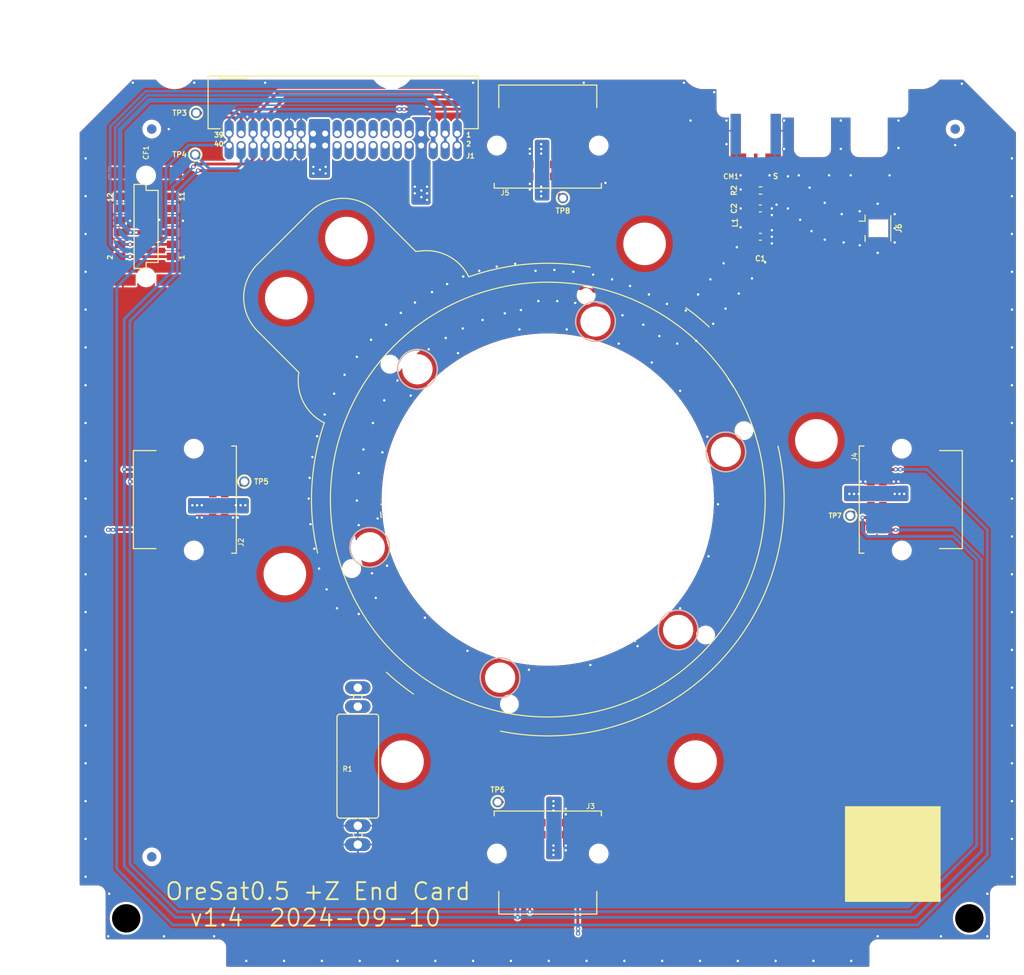
<source format=kicad_pcb>
(kicad_pcb (version 20240108) (generator "pcbnew") (generator_version "8.0")
  (layers (0 "F.Cu" signal) (1 "In1.Cu" signal) (2 "In2.Cu" signal) (31 "B.Cu" signal) (34 "B.Paste" user) (35 "F.Paste" user) (36 "B.SilkS" user "B.Silkscreen") (37 "F.SilkS" user "F.Silkscreen") (38 "B.Mask" user) (39 "F.Mask" user) (44 "Edge.Cuts" user))
  (net 0 "")
  (net 1 "/MAG-SDA")
  (net 2 "GND")
  (net 3 "/MAG-SCL")
  (net 4 "/MAG-POWER")
  (net 9 "/HELICAL-DEPLOY")
  (net 10 "/CAN1_H")
  (net 11 "/CAN1_L")
  (net 12 "VBUS")
  (net 13 "/C3-UART-TX")
  (net 14 "/C3-UART-RX")
  (net 15 "/~{SD}")
  (net 16 "/S_BAND")
  (net 33 "/-X_AUX")
  (net 34 "/+Y_AUX")
  (net 35 "/+X_AUX")
  (net 36 "/-Y_AUX")
  (net 37 "/S_BAND_U_FL")
  (net 38 "/S_BAND_FEED")
  (footprint "oresat-connectors:J-SAMTEC-TFM-120-X1-XXX-D-RA" (layer "F.Cu") (at 126.8465 64.4108)
    (property "Reference" "J1")
    (property "Value" "J-SAMTEC-TFM-120-01-L-D-RA")
  )
  (footprint "oresat-misc:M2-Press-Fit-Nut" (layer "F.Cu") (at 120.683543 110.378465)
    (property "Reference" "HW10" (hide yes))
    (property "Value" "M2-Press-Fit-Nut" (hide yes))
  )
  (footprint "oresat-misc:M2-Press-Fit-Nut" (layer "F.Cu") (at 133.127254 130.221236)
    (property "Reference" "HW11" (hide yes))
    (property "Value" "M2-Press-Fit-Nut" (hide yes))
  )
  (footprint "oresat-connectors:J-Harwin-M55-7101242R" (layer "F.Cu") (at 185.95 102.5 90)
    (property "Reference" "J4")
    (property "Value" "Harwin M55-7101242R" (hide yes))
  )
  (footprint "oresat-misc:M1.6 Mounting Hole" (layer "F.Cu") (at 162.288582 116.290307)
    (property "Reference" "HW6" (hide yes))
    (property "Value" "M1.6_Mounting_Hole" (hide yes))
  )
  (footprint "oresat-misc:M1.6 Mounting Hole" (layer "F.Cu") (at 129.664446 107.548695)
    (property "Reference" "HW5" (hide yes))
    (property "Value" "M1.6_Mounting_Hole" (hide yes))
  )
  (footprint "oresat-misc:TestPoint-0.75mm-th" (layer "F.Cu") (at 143.2 134.5)
    (property "Reference" "TP6")
    (property "Value" "TestPoint-MinTH" (hide yes))
  )
  (footprint "oresat-misc:Hole-1.5mm-NPTH" (layer "F.Cu") (at 127.745226 109.798254)
    (property "Reference" "REF**" (hide yes))
    (property "Value" "Hole-1.5mm-NPTH")
  )
  (footprint "Capacitor_SMD:C_0402_1005Metric" (layer "F.Cu") (at 170.98 71.7 180)
    (property "Reference" "C2")
    (property "Value" "0.9 pF" (hide yes))
  )
  (footprint "oresat-misc:TestPoint-0.75mm-th" (layer "F.Cu") (at 180.5 104.2 90)
    (property "Reference" "TP7")
    (property "Value" "TestPoint-MinTH" (hide yes))
  )
  (footprint "oresat-misc:TestPoint-0.75mm-th" (layer "F.Cu") (at 111.2989 61.5964 90)
    (property "Reference" "TP3")
    (property "Value" "TestPoint-MinTH" (hide yes))
  )
  (footprint "oresat-connectors:J-Harwin-M55-7101242R" (layer "F.Cu") (at 148.5 139.95)
    (property "Reference" "J3")
    (property "Value" "Harwin M55-7101242R" (hide yes))
  )
  (footprint "oresat-pcbs:ORESAT-CARD-V1.3-3RF" (layer "F.Cu") (at 148.5 102.5)
    (property "Reference" "PCB1" (hide yes))
    (property "Value" "ORESAT-CARD-V1.3-GENERIC-3RF" (hide yes))
    (fp_line (start -49.9 -39) (end -49.9 40.7) (stroke (width 0.001)) (layer "Edge.Cuts"))
    (fp_line (start -49.4 41.2) (end -47.65 41.2) (stroke (width 0.001)) (layer "Edge.Cuts"))
    (fp_line (start -47.15 41.7) (end -47.15 46.4) (stroke (width 0.001)) (layer "Edge.Cuts"))
    (fp_line (start -46.65 46.9) (end -34.9 46.9) (stroke (width 0.001)) (layer "Edge.Cuts"))
    (fp_line (start -44.1 -44.8) (end -49.9 -39) (stroke (width 0.001)) (layer "Edge.Cuts"))
    (fp_line (start -41.23205 -44.8) (end -44.1 -44.8) (stroke (width 0.001)) (layer "Edge.Cuts"))
    (fp_line (start -34.4 47.4) (end -34.4 49.3) (stroke (width 0.001)) (layer "Edge.Cuts"))
    (fp_line (start -33.9 49.8) (end 33.9 49.8) (stroke (width 0.001)) (layer "Edge.Cuts"))
    (fp_line (start -18.23205 -44.8) (end -37.76795 -44.8) (stroke (width 0.001)) (layer "Edge.Cuts"))
    (fp_line (start 14.76795 -44.8) (end -14.76795 -44.8) (stroke (width 0.001)) (layer "Edge.Cuts"))
    (fp_line (start 16.5 -43.8) (end 17.73205 -43.8) (stroke (width 0.001)) (layer "Edge.Cuts"))
    (fp_line (start 18.23205 -43.3) (end 18.23205 -41.3) (stroke (width 0.001)) (layer "Edge.Cuts"))
    (fp_line (start 18.73205 -40.8) (end 20.41 -40.8) (stroke (width 0.001)) (layer "Edge.Cuts"))
    (fp_line (start 20.41 -40.8) (end 20.41 -37.1) (stroke (width 0.001)) (layer "Edge.Cuts"))
    (fp_line (start 20.91 -36.6) (end 23.09 -36.6) (stroke (width 0.001)) (layer "Edge.Cuts"))
    (fp_line (start 23.59 -37.1) (end 23.59 -40.8) (stroke (width 0.001)) (layer "Edge.Cuts"))
    (fp_line (start 26.41 -40.8) (end 23.59 -40.8) (stroke (width 0.001)) (layer "Edge.Cuts"))
    (fp_line (start 26.41 -37.1) (end 26.41 -40.8) (stroke (width 0.001)) (layer "Edge.Cuts"))
    (fp_line (start 26.91 -36.6) (end 29.09 -36.6) (stroke (width 0.001)) (layer "Edge.Cuts"))
    (fp_line (start 29.59 -37.1) (end 29.59 -40.8) (stroke (width 0.001)) (layer "Edge.Cuts"))
    (fp_line (start 32.41 -40.8) (end 29.59 -40.8) (stroke (width 0.001)) (layer "Edge.Cuts"))
    (fp_line (start 32.41 -37.1) (end 32.41 -40.8) (stroke (width 0.001)) (layer "Edge.Cuts"))
    (fp_line (start 32.91 -36.6) (end 35.09 -36.6) (stroke (width 0.001)) (layer "Edge.Cuts"))
    (fp_line (start 34.4 49.3) (end 34.4 47.4) (stroke (width 0.001)) (layer "Edge.Cuts"))
    (fp_line (start 34.9 46.9) (end 46.65 46.9) (stroke (width 0.001)) (layer "Edge.Cuts"))
    (fp_line (start 35.59 -37.1) (end 35.59 -40.8) (stroke (width 0.001)) (layer "Edge.Cuts"))
    (fp_line (start 37.26795 -40.8) (end 35.59 -40.8) (stroke (width 0.001)) (layer "Edge.Cuts"))
    (fp_line (start 37.76795 -43.3) (end 37.76795 -41.3) (stroke (width 0.001)) (layer "Edge.Cuts"))
    (fp_line (start 39.5 -43.8) (end 38.26795 -43.8) (stroke (width 0.001)) (layer "Edge.Cuts"))
    (fp_line (start 44.1 -44.8) (end 41.23205 -44.8) (stroke (width 0.001)) (layer "Edge.Cuts"))
    (fp_line (start 47.15 46.4) (end 47.15 41.7) (stroke (width 0.001)) (layer "Edge.Cuts"))
    (fp_line (start 47.65 41.2) (end 49.4 41.2) (stroke (width 0.001)) (layer "Edge.Cuts"))
    (fp_line (start 49.9 -39) (end 44.1 -44.8) (stroke (width 0.001)) (layer "Edge.Cuts"))
    (fp_line (start 49.9 40.7) (end 49.9 -39) (stroke (width 0.001)) (layer "Edge.Cuts"))
    (fp_arc (start -49.4 41.2) (mid -49.753553 41.053553) (end -49.9 40.7) (stroke (width 0.001)) (layer "Edge.Cuts"))
    (fp_arc (start -47.65 41.2) (mid -47.296447 41.346447) (end -47.15 41.7) (stroke (width 0.001)) (layer "Edge.Cuts"))
    (fp_arc (start -46.65 46.9) (mid -47.003553 46.753553) (end -47.15 46.4) (stroke (width 0.001)) (layer "Edge.Cuts"))
    (fp_arc (start -37.767951 -44.799999) (mid -39.500001 -43.800001) (end -41.23205 -44.8) (stroke (width 0.001)) (layer "Edge.Cuts"))
    (fp_arc (start -34.9 46.9) (mid -34.546447 47.046447) (end -34.4 47.4) (stroke (width 0.001)) (layer "Edge.Cuts"))
    (fp_arc (start -33.9 49.8) (mid -34.253553 49.653553) (end -34.4 49.3) (stroke (width 0.001)) (layer "Edge.Cuts"))
    (fp_arc (start -14.767951 -44.799999) (mid -16.500001 -43.800001) (end -18.23205 -44.8) (stroke (width 0.001)) (layer "Edge.Cuts"))
    (fp_arc (start 16.499999 -43.8) (mid 15.5 -44.067949) (end 14.76795 -44.8) (stroke (width 0.001)) (layer "Edge.Cuts"))
    (fp_arc (start 17.73205 -43.8) (mid 18.085571 -43.653536) (end 18.23205 -43.3) (stroke (width 0.001)) (layer "Edge.Cuts"))
    (fp_arc (start 18.73205 -40.8) (mid 18.378529 -40.946464) (end 18.23205 -41.3) (stroke (width 0.001)) (layer "Edge.Cuts"))
    (fp_arc (start 20.91 -36.6) (mid 20.556447 -36.746447) (end 20.41 -37.1) (stroke (width 0.001)) (layer "Edge.Cuts"))
    (fp_arc (start 23.59 -37.1) (mid 23.443553 -36.746447) (end 23.09 -36.6) (stroke (width 0.001)) (layer "Edge.Cuts"))
    (fp_arc (start 26.91 -36.6) (mid 26.556447 -36.746447) (end 26.41 -37.1) (stroke (width 0.001)) (layer "Edge.Cuts"))
    (fp_arc (start 29.59 -37.1) (mid 29.443553 -36.746447) (end 29.09 -36.6) (stroke (width 0.001)) (layer "Edge.Cuts"))
    (fp_arc (start 32.91 -36.6) (mid 32.556447 -36.746447) (end 32.41 -37.1) (stroke (width 0.001)) (layer "Edge.Cuts"))
    (fp_arc (start 34.4 47.4) (mid 34.546447 47.046447) (end 34.9 46.9) (stroke (width 0.001)) (layer "Edge.Cuts"))
    (fp_arc (start 34.4 49.3) (mid 34.253553 49.653553) (end 33.9 49.8) (stroke (width 0.001)) (layer "Edge.Cuts"))
    (fp_arc (start 35.59 -37.1) (mid 35.443553 -36.746447) (end 35.09 -36.6) (stroke (width 0.001)) (layer "Edge.Cuts"))
    (fp_arc (start 37.76795 -43.3) (mid 37.914394 -43.653571) (end 38.26795 -43.8) (stroke (width 0.001)) (layer "Edge.Cuts"))
    (fp_arc (start 37.76795 -41.3) (mid 37.621506 -40.946429) (end 37.26795 -40.8) (stroke (width 0.001)) (layer "Edge.Cuts"))
    (fp_arc (start 41.232049 -44.8) (mid 40.499999 -44.06795) (end 39.5 -43.8) (stroke (width 0.001)) (layer "Edge.Cuts"))
    (fp_arc (start 47.15 41.7) (mid 47.296447 41.346447) (end 47.65 41.2) (stroke (width 0.001)) (layer "Edge.Cuts"))
    (fp_arc (start 47.15 46.4) (mid 47.003553 46.753553) (end 46.65 46.9) (stroke (width 0.001)) (layer "Edge.Cuts"))
    (fp_arc (start 49.9 40.7) (mid 49.753553 41.053553) (end 49.4 41.2) (stroke (width 0.001)) (layer "Edge.Cuts"))
  )
  (footprint "oresat-misc:Hole-1.5mm-NPTH" (layer "F.Cu") (at 152.558408 80.879298)
    (property "Reference" "REF**" (hide yes))
    (property "Value" "Hole-1.5mm-NPTH")
  )
  (footprint "oresat-misc:TestPoint-0.75mm-th" (layer "F.Cu") (at 116.4 100.6 -90)
    (property "Reference" "TP5")
    (property "Value" "TestPoint-MinTH" (hide yes))
  )
  (footprint "Connector_Coaxial:U.FL_Hirose_U.FL-R-SMT-1_Vertical" (layer "F.Cu") (at 182.95 73.8)
    (property "Reference" "J6")
    (property "Value" "Conn_Coaxial")
  )
  (footprint "oresat-misc:TestPoint-0.75mm-th" (layer "F.Cu") (at 111.1989 65.9964 90)
    (property "Reference" "TP4")
    (property "Value" "TestPoint-MinTH" (hide yes))
  )
  (footprint "Fiducial:Fiducial_1mm_Mask2mm" (layer "F.Cu") (at 191.6 63.3)
    (property "Reference" "FID2" (hide yes))
    (property "Value" "Fiducial" (hide yes))
  )
  (footprint "Fiducial:Fiducial_1mm_Mask2mm" (layer "F.Cu") (at 106.6 140.3)
    (property "Reference" "FID6" (hide yes))
    (property "Value" "Fiducial" (hide yes))
  )
  (footprint "oresat-connectors:J-Harwin-M55-7101242R" (layer "F.Cu") (at 111.05 102.5 -90)
    (property "Reference" "J2")
    (property "Value" "Harwin M55-7101242R" (hide yes))
  )
  (footprint "Resistor_SMD:R_0402_1005Metric" (layer "F.Cu") (at 171 69.8)
    (property "Reference" "R2")
    (property "Value" "NP")
  )
  (footprint "oresat-misc:M2-Press-Fit-Nut" (layer "F.Cu") (at 164.128929 130.221236)
    (property "Reference" "HW4" (hide yes))
    (property "Value" "M2-Press-Fit-Nut" (hide yes))
  )
  (footprint "oresat-connectors:J-Harwin-M55-60X1242R" (layer "F.Cu") (at 106 73.6 90)
    (property "Reference" "CF1")
    (property "Value" "J-HARWIN-M55-6001242R" (hide yes))
  )
  (footprint "oresat-misc:Hole-1.5mm-NPTH" (layer "F.Cu") (at 131.803633 88.175827)
    (property "Reference" "REF**" (hide yes))
    (property "Value" "Hole-1.5mm-NPTH")
  )
  (footprint "oresat-misc:TestPoint-0.75mm-th" (layer "F.Cu") (at 150.1 70.6 180)
    (property "Reference" "TP8")
    (property "Value" "TestPoint-MinTH" (hide yes))
  )
  (footprint "oresat-misc:Hole-1.5mm-NPTH" (layer "F.Cu") (at 144.441591 124.12415)
    (property "Reference" "REF**" (hide yes))
    (property "Value" "Hole-1.5mm-NPTH")
  )
  (footprint "oresat-misc:M2-Press-Fit-Nut" (layer "F.Cu") (at 158.739005 75.445592)
    (property "Reference" "HW13" (hide yes))
    (property "Value" "M2-Press-Fit-Nut" (hide yes))
  )
  (footprint "Inductor_SMD:L_0402_1005Metric" (layer "F.Cu") (at 170.5 73.2 -90)
    (property "Reference" "L1")
    (property "Value" "4.3 nH" (hide yes))
  )
  (footprint "oresat-misc:M1.6 Mounting Hole" (layer "F.Cu") (at 134.711418 88.713141)
    (property "Reference" "HW3" (hide yes))
    (property "Value" "M1.6_Mounting_Hole" (hide yes))
  )
  (footprint "oresat-misc:Hole-1.5mm-NPTH" (layer "F.Cu") (at 169.254774 95.205195)
    (property "Reference" "REF**" (hide yes))
    (property "Value" "Hole-1.5mm-NPTH")
  )
  (footprint "oresat-misc:Hole-1.5mm-NPTH" (layer "F.Cu") (at 165.196366 116.827621)
    (property "Reference" "REF**" (hide yes))
    (property "Value" "Hole-1.5mm-NPTH")
  )
  (footprint "oresat-misc:M2-Press-Fit-Nut" (layer "F.Cu") (at 176.91619 96.239708)
    (property "Reference" "HW14" (hide yes))
    (property "Value" "M2-Press-Fit-Nut" (hide yes))
  )
  (footprint "oresat-misc:M1.6 Mounting Hole" (layer "F.Cu") (at 167.335554 97.454754)
    (property "Reference" "HW2" (hide yes))
    (property "Value" "M1.6_Mounting_Hole" (hide yes))
  )
  (footprint "oresat-misc:M2-Press-Fit-Nut" (layer "F.Cu") (at 127.194871 74.832643)
    (property "Reference" "HW12" (hide yes))
    (property "Value" "M2-Press-Fit-Nut" (hide yes))
  )
  (footprint "Fiducial:Fiducial_1mm_Mask2mm" (layer "F.Cu") (at 106.6 63.3)
    (property "Reference" "FID1" (hide yes))
    (property "Value" "Fiducial" (hide yes))
  )
  (footprint "oresat-misc:M2-Press-Fit-Nut" (layer "F.Cu") (at 120.83091 81.196604)
    (property "Reference" "HW9" (hide yes))
    (property "Value" "M2-Press-Fit-Nut" (hide yes))
  )
  (footprint "oresat-misc:M1.6 Mounting Hole" (layer "F.Cu") (at 153.546971 83.666171)
    (property "Reference" "HW7" (hide yes))
    (property "Value" "M1.6_Mounting_Hole" (hide yes))
  )
  (footprint "oresat-misc:M1.6 Mounting Hole" (layer "F.Cu") (at 143.453029 121.337278)
    (property "Reference" "HW1" (hide yes))
    (property "Value" "M1.6_Mounting_Hole" (hide yes))
  )
  (footprint "Capacitor_SMD:C_0402_1005Metric" (layer "F.Cu") (at 170.985 74.7)
    (property "Reference" "C1")
    (property "Value" "1.0 pF" (hide yes))
  )
  (footprint "oresat-connectors:J-Harwin-M55-7101242R" (layer "F.Cu") (at 148.5 65.0464 180)
    (property "Reference" "J5")
    (property "Value" "Harwin M55-7101242R" (hide yes))
  )
  (footprint "oresat-passives:R-PAC100-FOR-MELTWIRE" (layer "F.Cu") (at 128.400001 130.699999 180)
    (property "Reference" "R1")
    (property "Value" "7.5  1W" (hide yes))
  )
  (footprint "oresat-connectors:J-MOLEX-SMPM-073300-002X" (layer "F.Cu") (at 170.4989 61.6964)
    (property "Reference" "CM1")
    (property "Value" "J-MOLEX-SMPM-73300-003X" (hide yes))
  )
  (footprint "Fiducial:Fiducial_1mm_Mask2mm" (layer "B.Cu") (at 106.6 63.3 180)
    (property "Reference" "FID5" (hide yes))
    (property "Value" "Fiducial" (hide yes))
  )
  (footprint "Fiducial:Fiducial_1mm_Mask2mm" (layer "B.Cu") (at 106.6 140.3 180)
    (property "Reference" "FID4" (hide yes))
    (property "Value" "Fiducial" (hide yes))
  )
  (footprint "Fiducial:Fiducial_1mm_Mask2mm" (layer "B.Cu") (at 191.6 63.3 180)
    (property "Reference" "FID3" (hide yes))
    (property "Value" "Fiducial" (hide yes))
  )
  (gr_curve (pts (xy 157.743009 117.51481) (xy 157.744622 117.513155) (xy 157.746366 117.51167) (xy 157.749232 117.509699)) (stroke (width 0.12)) (layer "F.SilkS"))
  (gr_line (start 134.521581 76.246875) (end 130.386674 72.099374) (stroke (width 0.12)) (layer "F.SilkS"))
  (gr_curve (pts (xy 130.87175 102.993044) (xy 130.871767 102.993043) (xy 130.871784 102.993042) (xy 130.871821 102.993048)) (stroke (width 0.12)) (layer "F.SilkS"))
  (gr_arc (start 135.199285 76.183718) (mid 138.097634 76.794808) (end 140.141628 78.938629) (stroke (width 0.12)) (layer "F.SilkS"))
  (gr_arc (start 134.295819 123.073153) (mid 132.819746 121.971614) (end 131.428776 120.764392) (stroke (width 0.12)) (layer "F.SilkS"))
  (gr_curve (pts (xy 130.874892 102.997709) (xy 130.875519 102.999934) (xy 130.875932 103.002186) (xy 130.876205 103.005653)) (stroke (width 0.12)) (layer "F.SilkS"))
  (gr_line (start 135.199285 76.183718) (end 134.521581 76.246875) (stroke (width 0.12)) (layer "F.SilkS"))
  (gr_arc (start 124.146887 108.151788) (mid 123.532595 101.217619) (end 124.854153 94.382888) (stroke (width 0.12)) (layer "F.SilkS"))
  (gr_rect (start 179.9989 134.9964) (end 189.9989 144.9964) (stroke (width 0.12)) (fill solid) (layer "F.SilkS"))
  (gr_arc (start 140.141628 78.938629) (mid 146.49382 77.580701) (end 152.98143 77.905105) (stroke (width 0.12)) (layer "F.SilkS"))
  (gr_curve (pts (xy 168.165895 90.614691) (xy 168.12021 90.539942) (xy 168.074525 90.465193) (xy 168.00936 90.362998)) (stroke (width 0.12)) (layer "F.SilkS"))
  (gr_line (start 122.167767 89.055055) (end 117.78692 84.660865) (stroke (width 0.12)) (layer "F.SilkS"))
  (gr_curve (pts (xy 157.749232 117.509699) (xy 157.754533 117.506053) (xy 157.763673 117.500744) (xy 157.772813 117.495435)) (stroke (width 0.12)) (layer "F.SilkS"))
  (gr_line (start 123.315615 72.08862) (end 117.797674 77.589804) (stroke (width 0.12)) (layer "F.SilkS"))
  (gr_arc (start 163.10426 82.209558) (mid 164.36979 83.183282) (end 165.570577 84.235809) (stroke (width 0.12)) (layer "F.SilkS"))
  (gr_curve (pts (xy 130.871821 102.993048) (xy 130.871981 102.993074) (xy 130.872519 102.993228) (xy 130.87298 102.993636)) (stroke (width 0.12)) (layer "F.SilkS"))
  (gr_curve (pts (xy 157.74054 117.519862) (xy 157.740531 117.519848) (xy 157.740522 117.519834) (xy 157.740509 117.519799)) (stroke (width 0.12)) (layer "F.SilkS"))
  (gr_circle (center 148.499676 102.500102) (end 125.499678 102.490951) (stroke (width 0.12)) (fill none) (layer "F.SilkS"))
  (gr_arc (start 123.315615 72.08862) (mid 126.85336 70.629563) (end 130.386674 72.099374) (stroke (width 0.12)) (layer "F.SilkS"))
  (gr_curve (pts (xy 130.87298 102.993636) (xy 130.873837 102.994397) (xy 130.874424 102.996045) (xy 130.874892 102.997709)) (stroke (width 0.12)) (layer "F.SilkS"))
  (gr_line (start 130.857895 104.394089) (end 130.818113 103.825624) (stroke (width 0.12)) (layer "F.SilkS"))
  (gr_curve (pts (xy 168.00936 90.362998) (xy 167.905956 90.200837) (xy 167.753504 89.96957) (xy 167.601052 89.738303)) (stroke (width 0.12)) (layer "F.SilkS"))
  (gr_curve (pts (xy 130.876205 103.005653) (xy 130.876712 103.012066) (xy 130.876741 103.022637) (xy 130.876768 103.033207)) (stroke (width 0.12)) (layer "F.SilkS"))
  (gr_arc (start 124.854152 94.382888) (mid 122.629158 92.163603) (end 122.167767 89.055055) (stroke (width 0.12)) (layer "F.SilkS"))
  (gr_arc (start 117.78692 84.660865) (mid 116.32783 81.123106) (end 117.797674 77.589804) (stroke (width 0.12)) (layer "F.SilkS"))
  (gr_arc (start 172.852469 96.84841) (mid 166.4101 119.941914) (end 143.495473 126.994141) (stroke (width 0.12)) (layer "F.SilkS"))
  (gr_curve (pts (xy 157.740509 117.519799) (xy 157.740451 117.519647) (xy 157.740314 117.519104) (xy 157.740438 117.518501)) (stroke (width 0.12)) (layer "F.SilkS"))
  (gr_curve (pts (xy 157.740438 117.518501) (xy 157.740669 117.517379) (xy 157.741802 117.516046) (xy 157.743009 117.51481)) (stroke (width 0.12)) (layer "F.SilkS"))
  (gr_circle (center 148.499998 102.501731) (end 165.699998 102.501731) (stroke (width 0.01)) (fill none) (layer "Edge.Cuts"))
  (gr_text "v1.4  2024-09-10" (at 110.5 147.8 0) (layer "F.SilkS") (effects (font (size 1.8 1.8) (thickness 0.2)) (justify left bottom)))
  (gr_text "OreSat0.5 +Z End Card" (at 107.9 145 0) (layer "F.SilkS") (effects (font (size 1.8 1.8) (thickness 0.2)) (justify left bottom)))
  (gr_text "S" (at 172.6 68.3 0) (layer "F.SilkS") (effects (font (size 0.56 0.56) (thickness 0.12) (bold yes))))
  (segment (start 108.725 76.8) (end 108.75 76.775) (width 0.3) (layer "F.Cu") (net 1))
  (segment (start 104.3 76.8) (end 108.725 76.8) (width 0.3) (layer "F.Cu") (net 1))
  (segment (start 104.3 76.8) (end 103.275 76.8) (width 0.3) (layer "F.Cu") (net 1))
  (segment (start 103.275 76.8) (end 103.25 76.775) (width 0.3) (layer "F.Cu") (net 1))
  (via (at 104.3 76.8) (size 0.4572) (drill 0.254) (layers "F.Cu" "B.Cu") (net 1))
  (segment (start 103.5 76.8) (end 104.3 76.8) (width 0.3) (layer "B.Cu") (net 1))
  (segment (start 138.915 61.115) (end 137.1 59.3) (width 0.3) (layer "B.Cu") (net 1))
  (segment (start 137.1 59.3) (end 105.95 59.3) (width 0.3) (layer "B.Cu") (net 1))
  (segment (start 138.915 65.035) (end 138.915 63.765) (width 0.3) (layer "B.Cu") (net 1))
  (segment (start 138.915 63.765) (end 138.915 61.115) (width 0.3) (layer "B.Cu") (net 1))
  (segment (start 102.2 63.05) (end 102.2 75.5) (width 0.3) (layer "B.Cu") (net 1))
  (segment (start 102.2 75.5) (end 103.5 76.8) (width 0.3) (layer "B.Cu") (net 1))
  (segment (start 105.95 59.3) (end 102.2 63.05) (width 0.3) (layer "B.Cu") (net 1))
  (segment (start 146.6 69.1) (end 146.6 68.025) (width 0.6) (layer "F.Cu") (net 2))
  (segment (start 171.46 71.7) (end 172.2 71.7) (width 0.38) (layer "F.Cu") (net 2))
  (segment (start 115.195 104.405) (end 111.905 104.405) (width 0.6) (layer "F.Cu") (net 2))
  (segment (start 146.595 65.905) (end 146.6 65.9) (width 0.6) (layer "F.Cu") (net 2))
  (segment (start 182.105 100.595) (end 185.095 100.595) (width 0.6) (layer "F.Cu") (net 2))
  (segment (start 111.9 104.4) (end 111.4 104.4) (width 0.6) (layer "F.Cu") (net 2))
  (segment (start 115.7 104.4) (end 115.2 104.4) (width 0.6) (layer "F.Cu") (net 2))
  (segment (start 146.6 69.7) (end 146.6 69.1) (width 0.6) (layer "F.Cu") (net 2))
  (segment (start 146.6 65.9) (end 146.6 65.4) (width 0.6) (layer "F.Cu") (net 2))
  (segment (start 150.405 135.805) (end 150.405 139.095) (width 0.6) (layer "F.Cu") (net 2))
  (segment (start 146.6 68.025) (end 146.595 68.02) (width 0.6) (layer "F.Cu") (net 2))
  (segment (start 185.395 100.595) (end 185.4 100.6) (width 0.5) (layer "F.Cu") (net 2))
  (segment (start 150.4 135.8) (end 150.405 135.805) (width 0.6) (layer "F.Cu") (net 2))
  (segment (start 185.095 100.595) (end 185.1 100.6) (width 0.6) (layer "F.Cu") (net 2))
  (segment (start 171.47 74.7) (end 172.2 74.7) (width 0.38) (layer "F.Cu") (net 2))
  (segment (start 150.405 139.095) (end 150.4 139.1) (width 0.6) (layer "F.Cu") (net 2))
  (segment (start 111.905 104.405) (end 111.9 104.4) (width 0.6) (layer "F.Cu") (net 2))
  (segment (start 146.595 68.02) (end 146.595 65.905) (width 0.6) (layer "F.Cu") (net 2))
  (segment (start 182.1 100.6) (end 182.105 100.595) (width 0.6) (layer "F.Cu") (net 2))
  (segment (start 115.2 104.4) (end 115.195 104.405) (width 0.6) (layer "F.Cu") (net 2))
  (segment (start 181.795 100.595) (end 181.7 100.5) (width 0.5) (layer "F.Cu") (net 2))
  (via (at 157.2 79.9) (size 0.4572) (drill 0.254) (layers "F.Cu" "B.Cu") (net 2))
  (via (at 129 97.2) (size 0.4572) (drill 0.254) (layers "F.Cu" "B.Cu") (net 2))
  (via (at 132.6 89.9) (size 0.4572) (drill 0.254) (layers "F.Cu" "B.Cu") (net 2))
  (via (at 146.6 65.4) (size 0.4572) (drill 0.254) (layers "F.Cu" "B.Cu") (net 2))
  (via (at 177.8 75) (size 0.4572) (drill 0.254) (layers "F.Cu" "B.Cu") (net 2))
  (via (at 168.7 80.7) (size 0.4572) (drill 0.254) (layers "F.Cu" "B.Cu") (net 2))
  (via (at 197.6 90.4) (size 0.4572) (drill 0.254) (layers "F.Cu" "B.Cu") (net 2))
  (via (at 153 120) (size 0.4572) (drill 0.254) (layers "F.Cu" "B.Cu") (net 2))
  (via (at 149.5 81.5) (size 0.4572) (drill 0.254) (layers "F.Cu" "B.Cu") (net 2))
  (via (at 141.6 83.5) (size 0.4572) (drill 0.254) (layers "F.Cu" "B.Cu") (net 2))
  (via (at 99.6 114.4) (size 0.4572) (drill 0.254) (layers "F.Cu" "B.Cu") (net 2))
  (via (at 140.6 58.4) (size 0.4572) (drill 0.254) (layers "F.Cu" "B.Cu") (net 2))
  (via (at 171.9569 68.1954) (size 0.4572) (drill 0.254) (layers "F.Cu" "B.Cu") (net 2))
  (via (at 107.9 148.7) (size 0.4572) (drill 0.254) (layers "F.Cu" "B.Cu") (net 2))
  (via (at 136.25 80.55) (size 0.4572) (drill 0.254) (layers "F.Cu" "B.Cu") (net 2))
  (via (at 109.9 73) (size 0.4572) (drill 0.254) (layers "F.Cu" "B.Cu") (net 2))
  (via (at 162.5 91) (size 0.4572) (drill 0.254) (layers "F.Cu" "B.Cu") (net 2))
  (via (at 99.6 102.4) (size 0.4572) (drill 0.254) (layers "F.Cu" "B.Cu") (net 2))
  (via (at 99.6 122.4) (size 0.4572) (drill 0.254) (layers "F.Cu" "B.Cu") (net 2))
  (via (at 185.2 72.3) (size 0.4572) (drill 0.254) (layers "F.Cu" "B.Cu") (net 2))
  (via (at 162.5 114) (size 0.4572) (drill 0.254) (layers "F.Cu" "B.Cu") (net 2))
  (via (at 128.5 114.6) (size 0.4572) (drill 0.254) (layers "F.Cu" "B.Cu") (net 2))
  (via (at 137.7 85.4) (size 0.4572) (drill 0.254) (layers "F.Cu" "B.Cu") (net 2))
  (via (at 185.2 73.8) (size 0.4572) (drill 0.254) (layers "F.Cu" "B.Cu") (net 2))
  (via (at 128.3 102.6) (size 0.4572) (drill 0.254) (layers "F.Cu" "B.Cu") (net 2))
  (via (at 183.4 71.2) (size 0.4572) (drill 0.254) (layers "F.Cu" "B.Cu") (net 2))
  (via (at 123.4 105.1) (size 0.4572) (drill 0.254) (layers "F.Cu" "B.Cu") (net 2))
  (via (at 165.7 79.2) (size 0.4572) (drill 0.254) (layers "F.Cu" "B.Cu") (net 2))
  (via (at 182.1 100.6) (size 0.4572) (drill 0.254) (layers "F.Cu" "B.Cu") (net 2))
  (via (at 166.1 59.4) (size 0.4572) (drill 0.254) (layers "F.Cu" "B.Cu") (net 2))
  (via (at 197.6 142.4) (size 0.4572) (drill 0.254) (layers "F.Cu" "B.Cu") (net 2))
  (via (at 125.9 91.3) (size 0.4572) (drill 0.254) (layers "F.Cu" "B.Cu") (net 2))
  (via (at 146.6 69.1) (size 0.4572) (drill 0.254) (layers "F.Cu" "B.Cu") (net 2))
  (via (at 197.6 66.4) (size 0.4572) (drill 0.254) (layers "F.Cu" "B.Cu") (net 2))
  (via (at 135.9 86.6) (size 0.4572) (drill 0.254) (layers "F.Cu" "B.Cu") (net 2))
  (via (at 139.55 78.9) (size 0.4572) (drill 0.254) (layers "F.Cu" "B.Cu") (net 2))
  (via (at 197.6 106.4) (size 0.4572) (drill 0.254) (layers "F.Cu" "B.Cu") (net 2))
  (via (at 176.4 74.1) (size 0.4572) (drill 0.254) (layers "F.Cu" "B.Cu") (net 2))
  (via (at 159.5 88) (size 0.4572) (drill 0.254) (layers "F.Cu" "B.Cu") (net 2))
  (via (at 185.2 75.3) (size 0.4572) (drill 0.254) (layers "F.Cu" "B.Cu") (net 2))
  (via (at 99.6 70.4) (size 0.4572) (drill 0.254) (layers "F.Cu" "B.Cu") (net 2))
  (via (at 143.1 77.85) (size 0.4572) (drill 0.254) (layers "F.Cu" "B.Cu") (net 2))
  (via (at 190.1 148.7) (size 0.4572) (drill 0.254) (layers "F.Cu" "B.Cu") (net 2))
  (via (at 131.4 84) (size 0.4572) (drill 0.254) (layers "F.Cu" "B.Cu") (net 2))
  (via (at 183.4 148.7) (size 0.4572) (drill 0.254) (layers "F.Cu" "B.Cu") (net 2))
  (via (at 140.6 151.3) (size 0.4572) (drill 0.254) (layers "F.Cu" "B.Cu") (net 2))
  (via (at 168.9 73.7) (size 0.4572) (drill 0.254) (layers "F.Cu" "B.Cu") (net 2))
  (via (at 115.2 104.4) (size 0.4572) (drill 0.254) (layers "F.Cu" "B.Cu") (net 2))
  (via (at 99.6 90.4) (size 0.4572) (drill 0.254) (layers "F.Cu" "B.Cu") (net 2))
  (via (at 197.6 98.4) (size 0.4572) (drill 0.254) (layers "F.Cu" "B.Cu") (net 2))
  (via (at 125.1 112) (size 0.4572) (drill 0.254) (layers "F.Cu" "B.Cu") (net 2))
  (via (at 123.2 102.4) (size 0.4572) (drill 0.254) (layers "F.Cu" "B.Cu") (net 2))
  (via (at 161.1 81.8) (size 0.4572) (drill 0.254) (layers "F.Cu" "B.Cu") (net 2))
  (via (at 128.3 87.4) (size 0.4572) (drill 0.254) (layers "F.Cu" "B.Cu") (net 2))
  (via (at 131.2 92) (size 0.4572) (drill 0.254) (layers "F.Cu" "B.Cu") (net 2))
  (via (at 173.5 62.4) (size 0.4572) (drill 0.254) (layers "F.Cu" "B.Cu") (net 2))
  (via (at 99.6 86.4) (size 0.4572) (drill 0.254) (layers "F.Cu" "B.Cu") (net 2))
  (via (at 124.3 109.8) (size 0.4572) (drill 0.254) (layers "F.Cu" "B.Cu") (net 2))
  (via (at 123.3 100.2) (size 0.4572) (drill 0.254) (layers "F.Cu" "B.Cu") (net 2))
  (via (at 167.4 62.4) (size 0.4572) (drill 0.254) (layers "F.Cu" "B.Cu") (net 2))
  (via (at 113.2 148.7) (size 0.4572) (drill 0.254) (layers "F.Cu" "B.Cu") (net 2))
  (via (at 197.6 94.4) (size 0.4572) (drill 0.254) (layers "F.Cu" "B.Cu") (net 2))
  (via (at 124.1 95.8) (size 0.4572) (drill 0.254) (layers "F.Cu" "B.Cu") (net 2))
  (via (at 124.9 93.5) (size 0.4572) (drill 0.254) (layers "F.Cu" "B.Cu") (net 2))
  (via (at 111.4 104.4) (size 0.4572) (drill 0.254) (layers "F.Cu" "B.Cu") (net 2))
  (via (at 139.5 84.4) (size 0.4572) (drill 0.254) (layers "F.Cu" "B.Cu") (net 2))
  (via (at 180.6 151.3) (size 0.4572) (drill 0.254) (layers "F.Cu" "B.Cu") (net 2))
  (via (at 126.2 114) (size 0.4572) (drill 0.254) (layers "F.Cu" "B.Cu") (net 2))
  (via (at 197.6 86.4) (size 0.4572) (drill 0.254) (layers "F.Cu" "B.Cu") (net 2))
  (via (at 172.7 71.3) (size 0.4572) (drill 0.254) (layers "F.Cu" "B.Cu") (net 2))
  (via (at 140 118.5) (size 0.4572) (drill 0.254) (layers "F.Cu" "B.Cu") (net 2))
  (via (at 99.6 82.4) (size 0.4572) (drill 0.254) (layers "F.Cu" "B.Cu") (net 2))
  (via (at 185.6 100.6) (size 0.4572) (drill 0.254) (layers "F.Cu" "B.Cu") (net 2))
  (via (at 166.5 103) (size 0.4572) (drill 0.254) (layers "F.Cu" "B.Cu") (net 2))
  (via (at 120.6 151.3) (size 0.4572) (drill 0.254) (layers "F.Cu" "B.Cu") (net 2))
  (via (at 141.25 78.3) (size 0.4572) (drill 0.254) (layers "F.Cu" "B.Cu") (net 2))
  (via (at 197.6 122.4) (size 0.4572) (drill 0.254) (layers "F.Cu" "B.Cu") (net 2))
  (via (at 146.6 65.9) (size 0.4572) (drill 0.254) (layers "F.Cu" "B.Cu") (net 2))
  (via (at 104.3 73) (size 0.4572) (drill 0.254) (layers "F.Cu" "B.Cu") (net 2))
  (via (at 123.6 98) (size 0.4572) (drill 0.254) (layers "F.Cu" "B.Cu") (net 2))
  (via (at 197.6 82.4) (size 0.4572) (drill 0.254) (layers "F.Cu" "B.Cu") (net 2))
  (via (at 173.9 71.7) (size 0.4572) (drill 0.254) (layers "F.Cu" "B.Cu") (net 2))
  (via (at 145.65 82.45) (size 0.4572) (drill 0.254) (layers "F.Cu" "B.Cu") (net 2))
  (via (at 184.6569 68.1954) (size 0.4572) (drill 0.254) (layers "F.Cu" "B.Cu") (net 2))
  (via (at 111.1 58.4) (size 0.4572) (drill 0.254) (layers "F.Cu" "B.Cu") (net 2))
  (via (at 144.6 151.3) (size 0.4572) (drill 0.254) (layers "F.Cu" "B.Cu") (net 2))
  (via (at 164.4 80.8) (size 0.4572) (drill 0.254) (layers "F.Cu" "B.Cu") (net 2))
  (via (at 185.6 65.3) (size 0.4572) (drill 0.254) (layers "F.Cu" "B.Cu") (net 2))
  (via (at 128.6 151.3) (size 0.4572) (drill 0.254) (layers "F.Cu" "B.Cu") (net 2))
  (via (at 129.9 110.3) (size 0.4572) (drill 0.254) (layers "F.Cu" "B.Cu") (net 2))
  (via (at 167.3 82.3) (size 0.4572) (drill 0.254) (layers "F.Cu" "B.Cu") (net 2))
  (via (at 156.6 151.3) (size 0.4572) (drill 0.254) (layers "F.Cu" "B.Cu") (net 2))
  (via (at 178.2561 68.1954) (size 0.4572) (drill 0.254) (layers "F.Cu" "B.Cu") (net 2))
  (via (at 151.2 78.4) (size 0.4572) (drill 0.254) (layers "F.Cu" "B.Cu") (net 2))
  (via (at 172.2 74.7) (size 0.4572) (drill 0.254) (layers "F.Cu" "B.Cu") (net 2))
  (via (at 167.4 64.9) (size 0.4572) (drill 0.254) (layers "F.Cu" "B.Cu") (net 2))
  (via (at 150.4 139.6) (size 0.4572) (drill 0.254) (layers "F.Cu" "B.Cu") (net 2))
  (via (at 145.05 77.55) (size 0.4572) (drill 0.254) (layers "F.Cu" "B.Cu") (net 2))
  (via (at 163.6 62.4) (size 0.4572) (drill 0.254) (layers "F.Cu" "B.Cu") (net 2))
  (via (at 167.1 77.5) (size 0.4572) (drill 0.254) (layers "F.Cu" "B.Cu") (net 2))
  (via (at 176.2 69.5) (size 0.4572) (drill 0.254) (layers "F.Cu" "B.Cu") (net 2))
  (via (at 168.9 68.2) (size 0.4572) (drill 0.254) (layers "F.Cu" "B.Cu") (net 2))
  (via (at 197.6 114.4) (size 0.4572) (drill 0.254) (layers "F.Cu" "B.Cu") (net 2))
  (via (at 99.6 74.4) (size 0.4572) (drill 0.254) (layers "F.Cu" "B.Cu") (net 2))
  (via (at 168.5 75.8) (size 0.4572) (drill 0.254) (layers "F.Cu" "B.Cu") (net 2))
  (via (at 99.6 106.4) (size 0.4572) (drill 0.254) (layers "F.Cu" "B.Cu") (net 2))
  (via (at 99.6 118.4) (size 0.4572) (drill 0.254) (layers "F.Cu" "B.Cu") (net 2))
  (via (at 104.6 58.4) (size 0.4572) (drill 0.254) (layers "F.Cu" "B.Cu") (net 2))
  (via (at 99.6 142.4) (size 0.4572) (drill 0.254) (layers "F.Cu" "B.Cu") (net 2))
  (via (at 102.1 144.2) (size 0.4572) (drill 0.254) (layers "F.Cu" "B.Cu") (net 2))
  (via (at 146.5 120.5) (size 0.4572) (drill 0.254) (layers "F.Cu" "B.Cu") (net 2))
  (via (at 158 118) (size 0.4572) (drill 0.254) (layers "F.Cu" "B.Cu") (net 2))
  (via (at 181.5 72) (size 0.4572) (drill 0.254) (layers "F.Cu" "B.Cu") (net 2))
  (via (at 185.6 62.4) (size 0.4572) (drill 0.254) (layers "F.Cu" "B.Cu") (net 2))
  (via (at 197.6 74.4) (size 0.4572) (drill 0.254) (layers "F.Cu" "B.Cu") (net 2))
  (via (at 128.5 105.2) (size 0.4572) (drill 0.254) (layers "F.Cu" "B.Cu") (net 2))
  (via (at 183.4 76.4) (size 0.4572) (drill 0.254) (layers "F.Cu" "B.Cu") (net 2))
  (via (at 147.5 81.5) (size 0.4572) (drill 0.254) (layers "F.Cu" "B.Cu") (net 2))
  (via (at 108.4 63.3) (size 0.4572) (drill 0.254) (layers "F.Cu" "B.Cu") (net 2))
  (via (at 160.3 85.2) (size 0.4572) (drill 0.254) (layers "F.Cu" "B.Cu") (net 2))
  (via (at 179.5 65.4) (size 0.4572) (drill 0.254) (layers "F.Cu" "B.Cu") (net 2))
  (via (at 116.6 151.3) (size 0.4572) (drill 0.254) (layers "F.Cu" "B.Cu") (net 2))
  (via (at 134 91.5) (size 0.4572) (drill 0.254) (layers "F.Cu" "B.Cu") (net 2))
  (via (at 124.6 151.3) (size 0.4572) (drill 0.254) (layers "F.Cu" "B.Cu") (net 2))
  (via (at 172.6 151.3) (size 0.4572) (drill 0.254) (layers "F.Cu" "B.Cu") (net 2))
  (via (at 162.2 86) (size 0.4572) (drill 0.254) (layers "F.Cu" "B.Cu") (net 2))
  (via (at 128.5 99.7) (size 0.4572) (drill 0.254) (layers "F.Cu" "B.Cu") (net 2))
  (via (at 164.2 85.7) (size 0.4572) (drill 0.254) (layers "F.Cu" "B.Cu") (net 2))
  (via (at 134.45 81.65) (size 0.4572) (drill 0.254) (layers "F.Cu" "B.Cu") (net 2))
  (via (at 99.6 134.4) (size 0.4572) (drill 0.254) (layers "F.Cu" "B.Cu") (net 2))
  (via (at 179.5 62.4) (size 0.4572) (drill 0.254) (layers "F.Cu" "B.Cu") (net 2))
  (via (at 180.5421 68.1954) (size 0.4572) (drill 0.254) (layers "F.Cu" "B.Cu") (net 2))
  (via (at 197.6 130.4) (size 0.4572) (drill 0.254) (layers "F.Cu" "B.Cu") (net 2))
  (via (at 179.6 72.3) (size 0.4572) (drill 0.254) (layers "F.Cu" "B.Cu") (net 2))
  (via (at 130 94.4) (size 0.4572) (drill 0.254) (layers "F.Cu" "B.Cu") (net 2))
  (via (at 165.375 95.85) (size 0.4572) (drill 0.254) (layers "F.Cu" "B.Cu") (net 2))
  (via (at 168.9 69.7) (size 0.4572) (drill 0.254) (layers "F.Cu" "B.Cu") (net 2))
  (via (at 132.95 82.75) (size 0.4572) (drill 0.254) (layers "F.Cu" "B.Cu") (net 2))
  (via (at 145.5 84.5) (size 0.4572) (drill 0.254) (layers "F.Cu" "B.Cu") (net 2))
  (via (at 197.6 110.4) (size 0.4572) (drill 0.254) (layers "F.Cu" "B.Cu") (net 2))
  (via (at 172.2 71.7) (size 0.4572) (drill 0.254) (layers "F.Cu" "B.Cu") (net 2))
  (via (at 197.6 138.4) (size 0.4572) (drill 0.254) (layers "F.Cu" "B.Cu") (net 2))
  (via (at 150.4 135.2) (size 0.4572) (drill 0.254) (layers "F.Cu" "B.Cu") (net 2))
  (via (at 172.2 72.4) (size 0.4572) (drill 0.254) (layers "F.Cu" "B.Cu") (net 2))
  (via (at 150.5 84.5) (size 0.4572) (drill 0.254) (layers "F.Cu" "B.Cu") (net 2))
  (via (at 181.5 75.6) (size 0.4572) (drill 0.254) (layers "F.Cu" "B.Cu") (net 2))
  (via (at 166 83.9) (size 0.4572) (drill 0.254) (layers "F.Cu" "B.Cu") (net 2))
  (via (at 164.6 151.3) (size 0.4572) (drill 0.254) (layers "F.Cu" "B.Cu") (net 2))
  (via (at 129.8 85.6) (size 0.4572) (drill 0.254) (layers "F.Cu" "B.Cu") (net 2))
  (via (at 147.2 78.3) (size 0.4572) (drill 0.254) (layers "F.Cu" "B.Cu") (net 2))
  (via (at 156 86) (size 0.4572) (drill 0.254) (layers "F.Cu" "B.Cu") (net 2))
  (via (at 118.6 58.4) (size 0.4572) (drill 0.254) (layers "F.Cu" "B.Cu") (net 2))
  (via (at 152.3 58.4) (size 0.4572) (drill 0.254) (layers "F.Cu" "B.Cu") (net 2))
  (via (at 111.9 104.4) (size 0.4572) (drill 0.254) (layers "F.Cu" "B.Cu") (net 2))
  (via (at 99.6 78.4) (size 0.4572) (drill 0.254) (layers "F.Cu" "B.Cu") (net 2))
  (via (at 130.5 104.5) (size 0.4572) (drill 0.254) (layers "F.Cu" "B.Cu") (net 2))
  (via (at 150.4 135.8) (size 0.4572) (drill 0.254) (layers "F.Cu" "B.Cu") (net 2))
  (via (at 99.6 126.4) (size 0.4572) (drill 0.254) (layers "F.Cu" "B.Cu") (net 2))
  (via (at 130.3 112.9) (size 0.4572) (drill 0.254) (layers "F.Cu" "B.Cu") (net 2))
  (via (at 197.6 134.4) (size 0.4572) (drill 0.254) (layers "F.Cu" "B.Cu") (net 2))
  (via (at 192.3 58.5) (size 0.4572) (drill 0.254) (layers "F.Cu" "B.Cu") (net 2))
  (via (at 136.6 151.3) (size 0.4572) (drill 0.254) (layers "F.Cu" "B.Cu") (net 2))
  (via (at 99.6 98.4) (size 0.4572) (drill 0.254) (layers "F.Cu" "B.Cu") (net 2))
  (via (at 197.6 126.4) (size 0.4572) (drill 0.254) (layers "F.Cu" "B.Cu") (net 2))
  (via (at 165.5 108.5) (size 0.4572) (drill 0.254) (layers "F.Cu" "B.Cu") (net 2))
  (via (at 131 97.5) (size 0.4572) (drill 0.254) (layers "F.Cu" "B.Cu") (net 2))
  (via (at 195 148.7) (size 0.4572) (drill 0.254) (layers "F.Cu" "B.Cu") (net 2))
  (via (at 176.6 151.3) (size 0.4572) (drill 0.254) (layers "F.Cu" "B.Cu") (net 2))
  (via (at 127 89.3) (size 0.4572) (drill 0.254) (layers "F.Cu" "B.Cu") (net 2))
  (via (at 149.2 78.2) (size 0.4572) (drill 0.254) (layers "F.Cu" "B.Cu") (net 2))
  (via (at 155.3 79.2) (size 0.4572) (drill 0.254) (layers "F.Cu" "B.Cu") (net 2))
  (via (at 107.4 72.9) (size 0.4572) (drill 0.254) (layers "F.Cu" "B.Cu") (net 2))
  (via (at 185.1 100.6) (size 0.4572) (drill 0.254) (layers "F.Cu" "B.Cu") (net 2))
  (via (at 162.9 58.4) (size 0.4572) (drill 0.254) (layers "F.Cu" "B.Cu") (net 2))
  (via (at 171.5 77.4) (size 0.4572) (drill 0.254) (layers "F.Cu" "B.Cu") (net 2))
  (via (at 170.1 79.1) (size 0.4572) (drill 0.254) (layers "F.Cu" "B.Cu") (net 2))
  (via (at 153.3 78.7) (size 0.4572) (drill 0.254) (layers "F.Cu" "B.Cu") (net 2))
  (via (at 135.5 115) (size 0.4572) (drill 0.254) (layers "F.Cu" "B.Cu") (net 2))
  (via (at 158.6 84) (size 0.4572) (drill 0.254) (layers "F.Cu" "B.Cu") (net 2))
  (via (at 160.6 151.3) (size 0.4572) (drill 0.254) (layers "F.Cu" "B.Cu") (net 2))
  (via (at 115.7 104.4) (size 0.4572) (drill 0.254) (layers "F.Cu" "B.Cu") (net 2))
  (via (at 172.2 74) (size 0.4572) (drill 0.254) (layers "F.Cu" "B.Cu") (net 2))
  (via (at 173.9 68.3) (size 0.4572) (drill 0.254) (layers "F.Cu" "B.Cu") (net 2))
  (via (at 175.2 72.9) (size 0.4572) (drill 0.254) (layers "F.Cu" "B.Cu") (net 2))
  (via (at 159.2 80.8) (size 0.4572) (drill 0.254) (layers "F.Cu" "B.Cu") (net 2))
  (via (at 99.6 66.4) (size 0.4572) (drill 0.254) (layers "F.Cu" "B.Cu") (net 2))
  (via (at 139 87) (size 0.4572) (drill 0.254) (layers "F.Cu" "B.Cu") (net 2))
  (via (at 175.0557 68.1954) (size 0.4572) (drill 0.254) (layers "F.Cu" "B.Cu") (net 2))
  (via (at 197.6 102.4) (size 0.4572) (drill 0.254) (layers "F.Cu" "B.Cu") (net 2))
  (via (at 150.4 139.1) (size 0.4572) (drill 0.254) (layers "F.Cu" "B.Cu") (net 2))
  (via (at 151.4 81.7) (size 0.4572) (drill 0.254) (layers "F.Cu" "B.Cu") (net 2))
  (via (at 177.8 71.1) (size 0.4572) (drill 0.254) (layers "F.Cu" "B.Cu") (net 2))
  (via (at 197.6 78.4) (size 0.4572) (drill 0.254) (layers "F.Cu" "B.Cu") (net 2))
  (via (at 116.7 62) (size 0.4572) (drill 0.254) (layers "F.Cu" "B.Cu") (net 2))
  (via (at 131.5 109.5) (size 0.4572) (drill 0.254) (layers "F.Cu" "B.Cu") (net 2))
  (via (at 163.1 82.5) (size 0.4572) (drill 0.254) (layers "F.Cu" "B.Cu") (net 2))
  (via (at 168.6 151.3) (size 0.4572) (drill 0.254) (layers "F.Cu" "B.Cu") (net 2))
  (via (at 146.6 69.7) (size 0.4572) (drill 0.254) (layers "F.Cu" "B.Cu") (net 2))
  (via (at 99.6 138.4) (size 0.4572) (drill 0.254) (layers "F.Cu" "B.Cu") (net 2))
  (via (at 197.6 70.4) (size 0.4572) (drill 0.254) (layers "F.Cu" "B.Cu") (net 2))
  (via (at 102 148.7) (size 0.4572) (drill 0.254) (layers "F.Cu" "B.Cu") (net 2))
  (via (at 168.9 71.7) (size 0.4572) (drill 0.254) (layers "F.Cu" "B.Cu") (net 2))
  (via (at 132.6 151.3) (size 0.4572) (drill 0.254) (layers "F.Cu" "B.Cu") (net 2))
  (via (at 148.6 151.3) (size 0.4572) (drill 0.254) (layers "F.Cu" "B.Cu") (net 2))
  (via (at 99.6 110.4) (size 0.4572) (drill 0.254) (layers "F.Cu" "B.Cu") (net 2))
  (via (at 137.85 79.7) (size 0.4572) (drill 0.254) (layers "F.Cu" "B.Cu") (net 2))
  (via (at 152.6 151.3) (size 0.4572) (drill 0.254) (layers "F.Cu" "B.Cu") (net 2))
  (via (at 99.6 130.4) (size 0.4572) (drill 0.254) (layers "F.Cu" "B.Cu") (net 2))
  (via (at 197.6 118.4) (size 0.4572) (drill 0.254) (layers "F.Cu" "B.Cu") (net 2))
  (via (at 123.8 107.7) (size 0.4572) (drill 0.254) (layers "F.Cu" "B.Cu") (net 2))
  (via (at 173.5 65.4) (size 0.4572) (drill 0.254) (layers "F.Cu" "B.Cu") (net 2))
  (via (at 156.4 83) (size 0.4572) (drill 0.254) (layers "F.Cu" "B.Cu") (net 2))
  (via (at 143.95 82.8) (size 0.4572) (drill 0.254) (layers "F.Cu" "B.Cu") (net 2))
  (via (at 99.6 94.4) (size 0.4572) (drill 0.254) (layers "F.Cu" "B.Cu") (net 2))
  (via (at 154.6 69) (size 0.4572) (drill 0.254) (layers "F.Cu" "B.Cu") (net 2))
  (via (at 172.2 75.4) (size 0.4572) (drill 0.254) (layers "F.Cu" "B.Cu") (net 2))
  (via (at 191.6 65) (size 0.4572) (drill 0.254) (layers "F.Cu" "B.Cu") (net 2))
  (via (at 181.6 100.6) (size 0.4572) (drill 0.254) (layers "F.Cu" "B.Cu") (net 2))
  (via (at 179.8 75.3) (size 0.4572) (drill 0.254) (layers "F.Cu" "B.Cu") (net 2))
  (via (at 195 144.2) (size 0.4572) (drill 0.254) (layers "F.Cu" "B.Cu") (net 2))
  (segment (start 104.3 75.5) (end 103.255 75.5) (width 0.3) (layer "F.Cu") (net 3))
  (segment (start 103.255 75.5) (end 103.25 75.505) (width 0.3) (layer "F.Cu") (net 3))
  (segment (start 108.745 75.5) (end 108.75 75.505) (width 0.3) (layer "F.Cu") (net 3))
  (segment (start 104.3 75.5) (end 108.745 75.5) (width 0.3) (layer "F.Cu") (net 3))
  (via (at 104.3 75.5) (size 0.4572) (drill 0.254) (layers "F.Cu" "B.Cu") (net 3))
  (segment (start 102.726937 74.526938) (end 103.7 75.5) (width 0.3) (layer "B.Cu") (net 3))
  (segment (start 137.645 61.072) (end 136.3 59.727) (width 0.3) (layer "B.Cu") (net 3))
  (segment (start 137.645 63.765) (end 137.645 65.035) (width 0.3) (layer "B.Cu") (net 3))
  (segment (start 103.7 75.5) (end 104.3 75.5) (width 0.3) (layer "B.Cu") (net 3))
  (segment (start 137.645 63.765) (end 137.645 61.072) (width 0.3) (layer "B.Cu") (net 3))
  (segment (start 136.3 59.727) (end 106.126875 59.727) (width 0.3) (layer "B.Cu") (net 3))
  (segment (start 106.126875 59.727) (end 102.726937 63.126938) (width 0.3) (layer "B.Cu") (net 3))
  (segment (start 102.726937 63.126938) (end 102.726937 74.526938) (width 0.3) (layer "B.Cu") (net 3))
  (segment (start 108.735 74.25) (end 108.75 74.235) (width 0.5) (layer "F.Cu") (net 4))
  (segment (start 103.265 74.25) (end 103.25 74.235) (width 0.5) (layer "F.Cu") (net 4))
  (segment (start 104.35 74.25) (end 108.735 74.25) (width 0.5) (layer "F.Cu") (net 4))
  (segment (start 104.35 74.25) (end 103.265 74.25) (width 0.5) (layer "F.Cu") (net 4))
  (via (at 104.35 74.25) (size 0.4572) (drill 0.254) (layers "F.Cu" "B.Cu") (net 4))
  (via (at 104.95 74.25) (size 0.4572) (drill 0.254) (layers "F.Cu" "B.Cu") (net 4))
  (segment (start 104.35 74.25) (end 104.95 74.25) (width 0.5) (layer "B.Cu") (net 4))
  (segment (start 136.375 61.129) (end 135.5 60.254) (width 0.5) (layer "B.Cu") (net 4))
  (segment (start 103.253937 63.345232) (end 103.253937 73.153938) (width 0.5) (layer "B.Cu") (net 4))
  (segment (start 106.345168 60.254) (end 103.253937 63.345232) (width 0.5) (layer "B.Cu") (net 4))
  (segment (start 136.375 63.765) (end 136.375 61.129) (width 0.5) (layer "B.Cu") (net 4))
  (segment (start 103.253937 73.153938) (end 104.35 74.25) (width 0.5) (layer "B.Cu") (net 4))
  (segment (start 135.5 60.254) (end 106.345168 60.254) (width 0.5) (layer "B.Cu") (net 4))
  (segment (start 136.375 65.035) (end 136.375 63.765) (width 0.5) (layer "B.Cu") (net 4))
  (via (at 135.7273 70.1) (size 0.4572) (drill 0.254) (layers "F.Cu" "B.Cu") (net 9))
  (via (at 134.4273 69.4) (size 0.4572) (drill 0.254) (layers "F.Cu" "B.Cu") (net 9))
  (via (at 135.7273 70.8) (size 0.4572) (drill 0.254) (layers "F.Cu" "B.Cu") (net 9))
  (via (at 135.7273 69.4) (size 0.4572) (drill 0.254) (layers "F.Cu" "B.Cu") (net 9))
  (via (at 135.1273 69.8) (size 0.4572) (drill 0.254) (layers "F.Cu" "B.Cu") (net 9))
  (via (at 135.1273 70.5) (size 0.4572) (drill 0.254) (layers "F.Cu" "B.Cu") (net 9))
  (via (at 134.4273 70.1) (size 0.4572) (drill 0.254) (layers "F.Cu" "B.Cu") (net 9))
  (segment (start 120.8 59.9) (end 118.595 62.105) (width 0.3) (layer "F.Cu") (net 10))
  (segment (start 145.7 59.9) (end 120.8 59.9) (width 0.3) (layer "F.Cu") (net 10))
  (segment (start 181.8 104.4) (end 181.805 104.405) (width 0.3) (layer "F.Cu") (net 10))
  (segment (start 150.405 64.605) (end 145.7 59.9) (width 0.3) (layer "F.Cu") (net 10))
  (segment (start 150.405 68.3164) (end 150.405 64.605) (width 0.3) (layer "F.Cu") (net 10))
  (segment (start 118.595 62.105) (end 118.595 63.765) (width 0.3) (layer "F.Cu") (net 10))
  (segment (start 117.4 67.7) (end 111.5 67.7) (width 0.3) (layer "F.Cu") (net 10))
  (segment (start 181.805 104.405) (end 183.95 104.405) (width 0.3) (layer "F.Cu") (net 10))
  (segment (start 114.32 100.595) (end 104.305 100.595) (width 0.3) (layer "F.Cu") (net 10))
  (segment (start 118.595 65.035) (end 118.595 66.505) (width 0.3) (layer "F.Cu") (net 10))
  (segment (start 146.595 146.1) (end 146.6 146.1) (width 0.3) (layer "F.Cu") (net 10))
  (segment (start 146.595 136.68) (end 146.595 146.1) (width 0.3) (layer "F.Cu") (net 10))
  (segment (start 118.595 66.505) (end 117.4 67.7) (width 0.3) (layer "F.Cu") (net 10))
  (segment (start 104.305 100.595) (end 104.3 100.6) (width 0.3) (layer "F.Cu") (net 10))
  (via (at 104.3 100.6) (size 0.4572) (drill 0.254) (layers "F.Cu" "B.Cu") (net 10))
  (via (at 181.8 104.4) (size 0.4572) (drill 0.254) (layers "F.Cu" "B.Cu") (net 10))
  (via (at 146.6 146.1) (size 0.4572) (drill 0.254) (layers "F.Cu" "B.Cu") (net 10))
  (via (at 111.5 67.7) (size 0.4572) (drill 0.254) (layers "F.Cu" "B.Cu") (net 10))
  (segment (start 104.3 100.6) (end 104.3 141.073) (width 0.3) (layer "B.Cu") (net 10))
  (segment (start 191.396125 106.4) (end 193.873 108.876875) (width 0.3) (layer "B.Cu") (net 10))
  (segment (start 181.8 104.4) (end 181.8 105.9) (width 0.3) (layer "B.Cu") (net 10))
  (segment (start 193.873 108.876875) (end 193.873 139.1) (width 0.3) (layer "B.Cu") (net 10))
  (segment (start 111.5 67.7) (end 109.3 69.9) (width 0.3) (layer "B.Cu") (net 10))
  (segment (start 118.595 65.035) (end 118.595 63.765) (width 0.3) (layer "B.Cu") (net 10))
  (segment (start 104.3 83.6) (end 104.3 100.6) (width 0.3) (layer "B.Cu") (net 10))
  (segment (start 109.3 78.6) (end 104.3 83.6) (width 0.3) (layer "B.Cu") (net 10))
  (segment (start 193.873 139.1) (end 186.873 146.1) (width 0.3) (layer "B.Cu") (net 10))
  (segment (start 109.3 69.9) (end 109.3 78.6) (width 0.3) (layer "B.Cu") (net 10))
  (segment (start 104.3 141.073) (end 109.327 146.1) (width 0.3) (layer "B.Cu") (net 10))
  (segment (start 182.3 106.4) (end 191.396125 106.4) (width 0.3) (layer "B.Cu") (net 10))
  (segment (start 146.6 146.1) (end 109.327 146.1) (width 0.3) (layer "B.Cu") (net 10))
  (segment (start 181.8 105.9) (end 182.3 106.4) (width 0.3) (layer "B.Cu") (net 10))
  (segment (start 186.873 146.1) (end 146.6 146.1) (width 0.3) (layer "B.Cu") (net 10))
  (segment (start 145.325 146.6944) (end 145.3 146.6944) (width 0.3) (layer "F.Cu") (net 11))
  (segment (start 145.325 136.68) (end 145.325 146.6944) (width 0.3) (layer "F.Cu") (net 11))
  (segment (start 103.725 99.325) (end 103.7 99.3) (width 0.3) (layer "F.Cu") (net 11))
  (segment (start 117.325 65.035) (end 117.325 66.475) (width 0.3) (layer "F.Cu") (net 11))
  (segment (start 116.8 67) (end 111.3 67) (width 0.3) (layer "F.Cu") (net 11))
  (segment (start 111.3 67) (end 111 67.3) (width 0.3) (layer "F.Cu") (net 11))
  (segment (start 117.3 63.74) (end 117.325 63.765) (width 0.3) (layer "F.Cu") (net 11))
  (segment (start 185.3 105.7) (end 182.705 105.7) (width 0.3) (layer "F.Cu") (net 11))
  (segment (start 151.675 68.3164) (end 151.675 64.475) (width 0.3) (layer "F.Cu") (net 11))
  (segment (start 117.3 62.1) (end 117.3 63.74) (width 0.3) (layer "F.Cu") (net 11))
  (segment (start 114.32 99.325) (end 103.725 99.325) (width 0.3) (layer "F.Cu") (net 11))
  (segment (start 117.325 66.475) (end 116.8 67) (width 0.3) (layer "F.Cu") (net 11))
  (segment (start 151.675 64.475) (end 146.6 59.4) (width 0.3) (layer "F.Cu") (net 11))
  (segment (start 182.705 105.7) (end 182.68 105.675) (width 0.3) (layer "F.Cu") (net 11))
  (segment (start 120 59.4) (end 117.3 62.1) (width 0.3) (layer "F.Cu") (net 11))
  (segment (start 146.6 59.4) (end 120 59.4) (width 0.3) (layer "F.Cu") (net 11))
  (via (at 185.3 105.7) (size 0.4572) (drill 0.254) (layers "F.Cu" "B.Cu") (net 11))
  (via (at 111 67.3) (size 0.4572) (drill 0.254) (layers "F.Cu" "B.Cu") (net 11))
  (via (at 145.3 146.6944) (size 0.4572) (drill 0.254) (layers "F.Cu" "B.Cu") (net 11))
  (via (at 103.7 99.3) (size 0.4572) (drill 0.254) (layers "F.Cu" "B.Cu") (net 11))
  (segment (start 103.7 99.3) (end 103.7 141.3) (width 0.3) (layer "B.Cu") (net 11))
  (segment (start 109.1 146.7) (end 145.3 146.7) (width 0.3) (layer "B.Cu") (net 11))
  (segment (start 194.4 108.8) (end 191.3 105.7) (width 0.3) (layer "B.Cu") (net 11))
  (segment (start 187.4 146.7) (end 194.4 139.7) (width 0.3) (layer "B.Cu") (net 11))
  (segment (start 103.7 83.4) (end 103.7 99.3) (width 0.3) (layer "B.Cu") (net 11))
  (segment (start 117.325 63.765) (end 117.325 65.035) (width 0.3) (layer "B.Cu") (net 11))
  (segment (start 145.3 146.6944) (end 145.3 146.7) (width 0.3) (layer "B.Cu") (net 11))
  (segment (start 191.3 105.7) (end 185.3 105.7) (width 0.3) (layer "B.Cu") (net 11))
  (segment (start 108.8 69.5) (end 108.8 78.3) (width 0.3) (layer "B.Cu") (net 11))
  (segment (start 108.8 78.3) (end 103.7 83.4) (width 0.3) (layer "B.Cu") (net 11))
  (segment (start 187.4 146.7) (end 145.3 146.7) (width 0.3) (layer "B.Cu") (net 11))
  (segment (start 111 67.3) (end 108.8 69.5) (width 0.3) (layer "B.Cu") (net 11))
  (segment (start 103.7 141.3) (end 109.1 146.7) (width 0.3) (layer "B.Cu") (net 11))
  (segment (start 194.4 139.7) (end 194.4 108.8) (width 0.3) (layer "B.Cu") (net 11))
  (segment (start 147.865 68.02) (end 147.865 67.0464) (width 0.5) (layer "F.Cu") (net 12))
  (via (at 147.8 64.9) (size 0.4572) (drill 0.254) (layers "F.Cu" "B.Cu") (net 12))
  (via (at 116.5 103.1) (size 0.4572) (drill 0.254) (layers "F.Cu" "B.Cu") (net 12))
  (via (at 186.2 101.9) (size 0.4572) (drill 0.254) (layers "F.Cu" "B.Cu") (net 12))
  (via (at 180.4 101.9) (size 0.4572) (drill 0.254) (layers "F.Cu" "B.Cu") (net 12))
  (via (at 149.1 140.1) (size 0.4572) (drill 0.254) (layers "F.Cu" "B.Cu") (net 12))
  (via (at 180.9 101.9) (size 0.4572) (drill 0.254) (layers "F.Cu" "B.Cu") (net 12))
  (via (at 149.1 134.9) (size 0.4572) (drill 0.254) (layers "F.Cu" "B.Cu") (net 12))
  (via (at 123.7 67.3) (size 0.4572) (drill 0.254) (layers "F.Cu" "B.Cu") (net 12))
  (via (at 147.8 69.9) (size 0.4572) (drill 0.254) (layers "F.Cu" "B.Cu") (net 12))
  (via (at 123.7 68) (size 0.4572) (drill 0.254) (layers "F.Cu" "B.Cu") (net 12))
  (via (at 115.5 103.1) (size 0.4572) (drill 0.254) (layers "F.Cu" "B.Cu") (net 12))
  (via (at 124.4 67.6) (size 0.4572) (drill 0.254) (layers "F.Cu" "B.Cu") (net 12))
  (via (at 111.4 103.1) (size 0.4572) (drill 0.254) (layers "F.Cu" "B.Cu") (net 12))
  (via (at 149.1 139.1) (size 0.4572) (drill 0.254) (layers "F.Cu" "B.Cu") (net 12))
  (via (at 116 103.1) (size 0.4572) (drill 0.254) (layers "F.Cu" "B.Cu") (net 12))
  (via (at 111.9 103.1) (size 0.4572) (drill 0.254) (layers "F.Cu" "B.Cu") (net 12))
  (via (at 147.8 70.4) (size 0.4572) (drill 0.254) (layers "F.Cu" "B.Cu") (net 12))
  (via (at 125 68) (size 0.4572) (drill 0.254) (layers "F.Cu" "B.Cu") (net 12))
  (via (at 149.1 139.6) (size 0.4572) (drill 0.254) (layers "F.Cu" "B.Cu") (net 12))
  (via (at 125 67.3) (size 0.4572) (drill 0.254) (layers "F.Cu" "B.Cu") (net 12))
  (via (at 147.8 65.9) (size 0.4572) (drill 0.254) (layers "F.Cu" "B.Cu") (net 12))
  (via (at 149.1 135.4) (size 0.4572) (drill 0.254) (layers "F.Cu" "B.Cu") (net 12))
  (via (at 147.8 69.4) (size 0.4572) (drill 0.254) (layers "F.Cu" "B.Cu") (net 12))
  (via (at 185.2 101.9) (size 0.4572) (drill 0.254) (layers "F.Cu" "B.Cu") (net 12))
  (via (at 185.7 101.9) (size 0.4572) (drill 0.254) (layers "F.Cu" "B.Cu") (net 12))
  (via (at 110.9 103.1) (size 0.4572) (drill 0.254) (layers "F.Cu" "B.Cu") (net 12))
  (via (at 181.4 101.9) (size 0.4572) (drill 0.254) (layers "F.Cu" "B.Cu") (net 12))
  (via (at 147.8 65.4) (size 0.4572) (drill 0.254) (layers "F.Cu" "B.Cu") (net 12))
  (via (at 149.1 134.4) (size 0.4572) (drill 0.254) (layers "F.Cu" "B.Cu") (net 12))
  (segment (start 115.6 61.6) (end 111.3 61.6) (width 0.3) (layer "F.Cu") (net 13))
  (segment (start 116.055 62.055) (end 115.6 61.6) (width 0.3) (layer "F.Cu") (net 13))
  (segment (start 116.055 63.765) (end 116.055 62.055) (width 0.3) (layer "F.Cu") (net 13))
  (segment (start 116.055 67.045) (end 115.6 67.5) (width 0.3) (layer "B.Cu") (net 14))
  (segment (start 112.7 67.5) (end 111.2 66) (width 0.3) (layer "B.Cu") (net 14))
  (segment (start 115.6 67.5) (end 112.7 67.5) (width 0.3) (layer "B.Cu") (net 14))
  (segment (start 116.055 65.035) (end 116.055 67.045) (width 0.3) (layer "B.Cu") (net 14))
  (segment (start 144.2 60.5) (end 140.7 60.5) (width 0.3) (layer "F.Cu") (net 15))
  (segment (start 182.68 99.325) (end 185.3 99.325) (width 0.3) (layer "F.Cu") (net 15))
  (segment (start 151.7 147.9) (end 151.7 148.4) (width 0.3) (layer "F.Cu") (net 15))
  (segment (start 145.325 61.625) (end 144.2 60.5) (width 0.3) (layer "F.Cu") (net 15))
  (segment (start 140 61.2) (end 132.8 61.2) (width 0.3) (layer "F.Cu") (net 15))
  (segment (start 185.8 99.3) (end 185.3 99.3) (width 0.3) (layer "F.Cu") (net 15))
  (segment (start 102.025 105.675) (end 102 105.7) (width 0.3) (layer "F.Cu") (net 15))
  (segment (start 151.675 136.68) (end 151.675 147.875004) (width 0.3) (layer "F.Cu") (net 15))
  (segment (start 140.7 60.5) (end 140 61.2) (width 0.3) (layer "F.Cu") (net 15))
  (segment (start 114.32 105.675) (end 102.025 105.675) (width 0.3) (layer "F.Cu") (net 15))
  (segment (start 185.3 99.325) (end 185.3 99.3) (width 0.3) (layer "F.Cu") (net 15))
  (segment (start 145.325 68.3164) (end 145.325 61.625) (width 0.3) (layer "F.Cu") (net 15))
  (segment (start 151.675 147.875004) (end 151.7 147.9) (width 0.3) (layer "F.Cu") (net 15))
  (via (at 133.3 61.2) (size 0.4572) (drill 0.254) (layers "F.Cu" "B.Cu") (net 15))
  (via (at 102.5 105.7) (size 0.4572) (drill 0.254) (layers "F.Cu" "B.Cu") (net 15))
  (via (at 185.8 99.3) (size 0.4572) (drill 0.254) (layers "F.Cu" "B.Cu") (net 15))
  (via (at 151.7 147.9) (size 0.4572) (drill 0.254) (layers "F.Cu" "B.Cu") (net 15))
  (via (at 185.3 99.3) (size 0.4572) (drill 0.254) (layers "F.Cu" "B.Cu") (net 15))
  (via (at 151.7 148.4) (size 0.4572) (drill 0.254) (layers "F.Cu" "B.Cu") (net 15))
  (via (at 102 105.7) (size 0.4572) (drill 0.254) (layers "F.Cu" "B.Cu") (net 15))
  (via (at 132.8 61.2) (size 0.4572) (drill 0.254) (layers "F.Cu" "B.Cu") (net 15))
  (segment (start 110.5 65) (end 114.75 65) (width 0.3) (layer "B.Cu") (net 15))
  (segment (start 187.6 147.5) (end 151.7 147.5) (width 0.3) (layer "B.Cu") (net 15))
  (segment (start 151.7 147.5) (end 151.7 147.9) (width 0.3) (layer "B.Cu") (net 15))
  (segment (start 114.785 63.765) (end 114.785 65.035) (width 0.3) (layer "B.Cu") (net 15))
  (segment (start 187.6 147.5) (end 195 140.1) (width 0.3) (layer "B.Cu") (net 15))
  (segment (start 102.9 105.7) (end 102.9 80) (width 0.3) (layer "B.Cu") (net 15))
  (segment (start 132.8 61.2) (end 115.8 61.2) (width 0.3) (layer "B.Cu") (net 15))
  (segment (start 108.8315 147.5) (end 102.9 141.5685) (width 0.3) (layer "B.Cu") (net 15))
  (segment (start 185.3 99.3) (end 188.6 99.3) (width 0.3) (layer "B.Cu") (net 15))
  (segment (start 102.9 105.7) (end 102.5 105.7) (width 0.3) (layer "B.Cu") (net 15))
  (segment (start 102.5 105.7) (end 102 105.7) (width 0.3) (layer "B.Cu") (net 15))
  (segment (start 108.1 67.4) (end 110.5 65) (width 0.3) (layer "B.Cu") (net 15))
  (segment (start 151.7 147.5) (end 108.8315 147.5) (width 0.3) (layer "B.Cu") (net 15))
  (segment (start 114.75 65) (end 114.785 65.035) (width 0.3) (layer "B.Cu") (net 15))
  (segment (start 102.9 80) (end 108.1 74.8) (width 0.3) (layer "B.Cu") (net 15))
  (segment (start 102.9 141.5685) (end 102.9 105.7) (width 0.3) (layer "B.Cu") (net 15))
  (segment (start 151.7 147.9) (end 151.7 148.4) (width 0.3) (layer "B.Cu") (net 15))
  (segment (start 188.6 99.3) (end 195 105.7) (width 0.3) (layer "B.Cu") (net 15))
  (segment (start 114.785 63.765) (end 114.785 62.215) (width 0.3) (layer "B.Cu") (net 15))
  (segment (start 115.8 61.2) (end 114.785 62.215) (width 0.3) (layer "B.Cu") (net 15))
  (segment (start 133.3 61.2) (end 132.8 61.2) (width 0.3) (layer "B.Cu") (net 15))
  (segment (start 195 140.1) (end 195 105.7) (width 0.3) (layer "B.Cu") (net 15))
  (segment (start 108.1 67.4) (end 108.1 74.8) (width 0.3) (layer "B.Cu") (net 15))
  (segment (start 170.4989 66.7964) (end 170.4989 69.7911) (width 0.38) (layer "F.Cu") (net 16))
  (segment (start 170.49 69.8) (end 170.5 69.81) (width 0.38) (layer "F.Cu") (net 16))
  (segment (start 170.5 72.72) (end 170.5 71.7) (width 0.38) (layer "F.Cu") (net 16))
  (segment (start 170.5 69.81) (end 170.5 71.7) (width 0.38) (layer "F.Cu") (net 16))
  (segment (start 170.4989 69.7911) (end 170.49 69.8) (width 0.38) (layer "F.Cu") (net 16))
  (segment (start 149.135 67.0464) (end 149.135 69.635) (width 0.3) (layer "F.Cu") (net 33))
  (segment (start 149.135 69.635) (end 150.1 70.6) (width 0.3) (layer "F.Cu") (net 33))
  (segment (start 181.565 103.135) (end 180.5 104.2) (width 0.3) (layer "F.Cu") (net 34))
  (segment (start 183.95 103.135) (end 181.565 103.135) (width 0.3) (layer "F.Cu") (net 34))
  (segment (start 147.865 137.95) (end 147.865 136.98) (width 0.3) (layer "F.Cu") (net 35))
  (segment (start 147.865 136.1375) (end 147.865 136.98) (width 0.25) (layer "F.Cu") (net 35))
  (segment (start 143.2 134.5) (end 146.2275 134.5) (width 0.25) (layer "F.Cu") (net 35))
  (segment (start 146.2275 134.5) (end 147.865 136.1375) (width 0.25) (layer "F.Cu") (net 35))
  (segment (start 113.05 101.865) (end 115.135 101.865) (width 0.3) (layer "F.Cu") (net 36))
  (segment (start 115.135 101.865) (end 116.4 100.6) (width 0.3) (layer "F.Cu") (net 36))
  (segment (start 116.4 100.6) (end 116.1 100.9) (width 0.3) (layer "F.Cu") (net 36))
  (segment (start 171.51 69.8) (end 173.057359 69.8) (width 0.38) (layer "F.Cu") (net 37))
  (segment (start 179.542641 73.8) (end 181.9 73.8) (width 0.38) (layer "F.Cu") (net 37))
  (segment (start 175.17868 70.67868) (end 177.421321 72.921321) (width 0.38) (layer "F.Cu") (net 37))
  (arc (start 179.542641 73.8) (mid 178.394591 73.571639) (end 177.421321 72.921321) (width 0.38) (layer "F.Cu") (net 37))
  (arc (start 173.057359 69.8) (mid 174.20541 70.028362) (end 175.17868 70.67868) (width 0.38) (layer "F.Cu") (net 37))
  (segment (start 170.475 74.725) (end 170.5 74.7) (width 0.38) (layer "F.Cu") (net 38))
  (segment (start 164.084213 83.672991) (end 169.893397 76.721016) (width 0.38) (layer "F.Cu") (net 38))
  (segment (start 170.5 74.7) (end 170.5 73.68) (width 0.38) (layer "F.Cu") (net 38))
  (segment (start 170.475 75.117972) (end 170.475 74.725) (width 0.38) (layer "F.Cu") (net 38))
  (segment (start 160.375 83.250001) (end 161.326794 83.973275) (width 0.38) (layer "F.Cu") (net 38))
  (arc (start 161.326794 83.973275) (mid 162.766016 84.3788) (end 164.084213 83.672991) (width 0.38) (layer "F.Cu") (net 38))
  (arc (start 145.3 80.100001) (mid 148.526537 79.872599) (end 153.595058 80.463247) (width 0.38) (layer "F.Cu") (net 38))
  (arc (start 153.595058 80.463247) (mid 157.098675 81.580132) (end 160.375 83.250001) (width 0.38) (layer "F.Cu") (net 38))
  (arc (start 169.893397 76.721016) (mid 170.325106 75.970617) (end 170.475 75.117972) (width 0.38) (layer "F.Cu") (net 38))
  (zone (net 2) (net_name "GND") (layer "F.Cu") (connect_pads (clearance 0.2)) (min_thickness 0.0635) (fill yes (thermal_gap 0.177) (thermal_bridge_width 0.177))
    (polygon (pts (xy 198.4635 152.3635) (xy 98.5365 152.3635) (xy 98.5365 57.6365) (xy 198.4635 57.6365)))
  )
  (zone (net 12) (net_name "VBUS") (layers "F.Cu" "In2.Cu" "B.Cu") (priority 6) (connect_pads yes (clearance 0.2)) (min_thickness 0.127) (fill yes (thermal_gap 0.508) (thermal_bridge_width 0.508) (smoothing fillet) (radius 0.2))
    (polygon (pts (xy 149.9635 140.5635) (xy 148.3365 140.5635) (xy 148.3365 133.9365) (xy 149.9635 133.9365)))
  )
  (zone (net 12) (net_name "VBUS") (layers "F.Cu" "In2.Cu" "B.Cu") (priority 6) (connect_pads yes (clearance 0.2)) (min_thickness 0.127) (fill yes (thermal_gap 0.508) (thermal_bridge_width 0.508) (smoothing fillet) (radius 0.2))
    (polygon (pts (xy 186.6635 102.6635) (xy 179.8365 102.6635) (xy 179.8365 101.0365) (xy 186.6635 101.0365)))
  )
  (zone (net 12) (net_name "VBUS") (layers "F.Cu" "In2.Cu" "B.Cu") (priority 6) (connect_pads yes (clearance 0.2)) (min_thickness 0.127) (fill yes (thermal_gap 0.508) (thermal_bridge_width 0.508) (smoothing fillet) (radius 0.2))
    (polygon (pts (xy 116.8635 103.9635) (xy 110.4365 103.9635) (xy 110.4365 102.3365) (xy 116.8635 102.3365)))
  )
  (zone (net 12) (net_name "VBUS") (layers "F.Cu" "In2.Cu" "B.Cu") (priority 6) (connect_pads yes (clearance 0.2)) (min_thickness 0.127) (fill yes (thermal_gap 0.508) (thermal_bridge_width 0.508) (smoothing fillet) (radius 0.2))
    (polygon (pts (xy 148.6635 70.8635) (xy 147.1365 70.8635) (xy 147.1365 64.4365) (xy 148.6635 64.4365)))
  )
  (zone (net 9) (net_name "/HELICAL-DEPLOY") (layers "F&B.Cu") (priority 6) (connect_pads yes (clearance 0.2)) (min_thickness 0.127) (fill yes (thermal_gap 0.508) (thermal_bridge_width 0.508) (smoothing fillet) (radius 0.2))
    (polygon (pts (xy 136.0989 71.2964) (xy 134.0719 71.2964) (xy 134.0719 62.0406) (xy 136.0989 62.0406)))
  )
  (zone (net 12) (net_name "VBUS") (layers "F&B.Cu") (priority 6) (connect_pads yes (clearance 0.2)) (min_thickness 0.127) (fill yes (thermal_gap 0.508) (thermal_bridge_width 0.508) (smoothing fillet) (radius 0.2))
    (polygon (pts (xy 125.4635 68.4635) (xy 123.2365 68.4635) (xy 123.2365 62.2365) (xy 125.4635 62.2365)))
  )
  (zone (net 0) (net_name "") (layers "F.Cu" "User.2") (connect_pads (clearance 0)) (min_thickness 0.25)
    (keepout (tracks allowed) (vias allowed) (pads allowed) (copperpour not_allowed) (footprints allowed))
    (fill (thermal_gap 0.5) (thermal_bridge_width 0.5))
    (polygon (pts (xy 145.719401 77.977165) (xy 145.98656 78.033189) (xy 146.243602 78.125068) (xy 146.485739 78.251093) (xy 146.70846 78.408915) (xy 146.907617 78.595594) (xy 147.079499 78.807653) (xy 147.220905 79.041141) (xy 147.3292 79.291709) (xy 147.402368 79.55469) (xy 147.439046 79.825184) (xy 147.438549 80.098154) (xy 147.400887 80.368513) (xy 147.326763 80.631225) (xy 147.217556 80.881398) (xy 147.075301 81.11437) (xy 146.902648 81.325802) (xy 146.702814 81.511755) (xy 146.47952 81.668765) (xy 146.236926 81.793908) (xy 145.979551 81.884851) (xy 145.71219 81.939902) (xy 145.71219 81.939903) (xy 145.274266 81.999314) (xy 144.40426 82.155261) (xy 143.541684 82.348112) (xy 142.688102 82.577517) (xy 141.845061 82.84306) (xy 141.014093 83.14426) (xy 140.196704 83.480569) (xy 139.394376 83.851378) (xy 138.608565 84.256015) (xy 137.840696 84.693745) (xy 137.092163 85.163774) (xy 136.364322 85.66525) (xy 135.658495 86.197263) (xy 134.975962 86.758848) (xy 134.31796 87.348986) (xy 133.685683 87.966607) (xy 133.080279 88.610591) (xy 132.502845 89.279769) (xy 131.954428 89.972928) (xy 131.436024 90.68881) (xy 130.948573 91.426116) (xy 130.492959 92.18351) (xy 130.070009 92.959617) (xy 129.680489 93.75303) (xy 129.325106 94.562309) (xy 129.004506 95.385987) (xy 128.719268 96.222569) (xy 128.469912 97.070538) (xy 128.256889 97.928355) (xy 128.080585 98.794465) (xy 127.941321 99.667297) (xy 127.839349 100.545267) (xy 127.774854 101.426782) (xy 127.747953 102.310245) (xy 127.758694 103.194051) (xy 127.807059 104.076599) (xy 127.892959 104.956287) (xy 128.016239 105.831519) (xy 128.176675 106.700709) (xy 128.373976 107.562278) (xy 128.607785 108.414665) (xy 128.877676 109.256323) (xy 129.183161 110.085725) (xy 129.523686 110.901368) (xy 129.711131 111.301582) (xy 129.71113 111.301583) (xy 129.809787 111.5561) (xy 129.872869 111.821681) (xy 129.899199 112.093378) (xy 129.888289 112.366129) (xy 129.84034 112.634855) (xy 129.756247 112.894548) (xy 129.637575 113.140372) (xy 129.486535 113.367748) (xy 129.305942 113.572438) (xy 129.099158 113.750632) (xy 128.870036 113.899009) (xy 128.622845 114.014805) (xy 128.362188 114.095863) (xy 128.092921 114.140674) (xy 127.820061 114.148402) (xy 127.54869 114.118903) (xy 127.283863 114.052728) (xy 127.030514 113.951109) (xy 126.793361 113.815938) (xy 126.576823 113.649734) (xy 126.384934 113.455592) (xy 126.221267 113.23713) (xy 126.088872 112.998417) (xy 126.088873 112.998417) (xy 125.696156 112.115618) (xy 125.338199 111.218162) (xy 125.015545 110.307418) (xy 124.728688 109.384773) (xy 124.478063 108.451634) (xy 124.264054 107.509424) (xy 124.086987 106.559578) (xy 123.947131 105.603544) (xy 123.844699 104.642779) (xy 123.779848 103.678749) (xy 123.752676 102.712922) (xy 123.763225 101.74677) (xy 123.811479 100.781766) (xy 123.897365 99.819382) (xy 124.02075 98.861083) (xy 124.181448 97.908331) (xy 124.379214 96.962577) (xy 124.613745 96.025264) (xy 124.884685 95.09782) (xy 125.19162 94.181659) (xy 125.534082 93.278177) (xy 125.911551 92.388751) (xy 126.323449 91.514738) (xy 126.76915 90.657468) (xy 127.247975 89.818249) (xy 127.759192 88.998361) (xy 128.302023 88.199052) (xy 128.875641 87.421541) (xy 129.479171 86.667014) (xy 130.111694 85.936619) (xy 130.772245 85.231472) (xy 131.459817 84.552645) (xy 132.173362 83.901175) (xy 132.911793 83.278054) (xy 133.673985 82.684232) (xy 134.458775 82.120614) (xy 135.264967 81.588059) (xy 136.091332 81.087379) (xy 136.936611 80.619337) (xy 137.799516 80.184646) (xy 138.678731 79.783969) (xy 139.572916 79.417917) (xy 140.480708 79.087048) (xy 141.400723 78.791865) (xy 142.331559 78.53282) (xy 143.271797 78.310306) (xy 144.220005 78.124664) (xy 145.174736 77.976175) (xy 145.174736 77.976174) (xy 145.447102 77.958041)))
  )
  (zone (net 2) (net_name "GND") (layer "B.Cu") (connect_pads (clearance 0.2)) (min_thickness 0.0635) (fill yes (thermal_gap 0.177) (thermal_bridge_width 0.177))
    (polygon (pts (xy 198.4635 152.3635) (xy 98.5365 152.3635) (xy 98.5365 57.6365) (xy 198.4635 57.6365)))
  )
)
</source>
